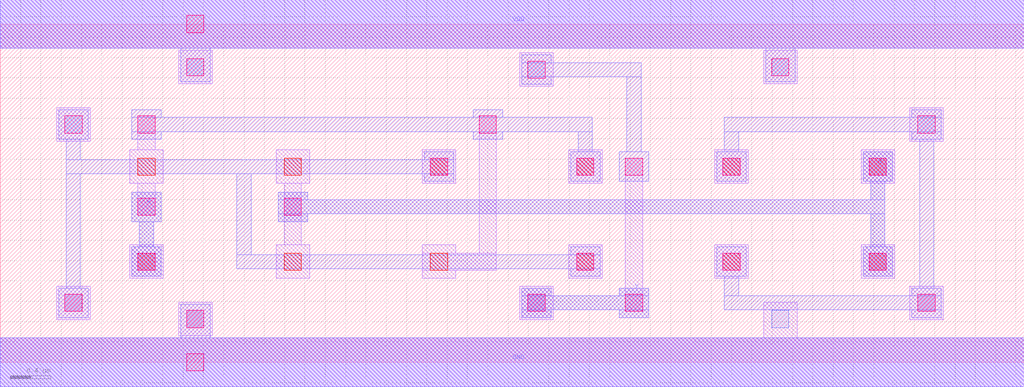
<source format=lef>
MACRO XOR2X1
 CLASS CORE ;
 FOREIGN XOR2X1 0 0 ;
 SIZE 10.08 BY 3.33 ;
 ORIGIN 0 0 ;
 SYMMETRY X Y R90 ;
 SITE unit ;
  PIN VDD
   DIRECTION INOUT ;
   USE POWER ;
   SHAPE ABUTMENT ;
    PORT
     CLASS CORE ;
       LAYER li1 ;
        RECT 0.00000000 3.09000000 10.08000000 3.57000000 ;
       LAYER met1 ;
        RECT 0.00000000 3.09000000 10.08000000 3.57000000 ;
    END
  END VDD

  PIN GND
   DIRECTION INOUT ;
   USE POWER ;
   SHAPE ABUTMENT ;
    PORT
     CLASS CORE ;
       LAYER li1 ;
        RECT 0.00000000 -0.24000000 10.08000000 0.24000000 ;
       LAYER met1 ;
        RECT 0.00000000 -0.24000000 10.08000000 0.24000000 ;
    END
  END GND

  PIN Y
   DIRECTION INOUT ;
   USE SIGNAL ;
   SHAPE ABUTMENT ;
    PORT
     CLASS CORE ;
       LAYER met1 ;
        RECT 5.13500000 0.44000000 5.42500000 0.51500000 ;
        RECT 6.09500000 0.44000000 6.38500000 0.51500000 ;
        RECT 5.13500000 0.51500000 6.38500000 0.65500000 ;
        RECT 5.13500000 0.65500000 5.42500000 0.73000000 ;
        RECT 6.09500000 0.65500000 6.38500000 0.73000000 ;
    END
  END Y

  PIN B
   DIRECTION INOUT ;
   USE SIGNAL ;
   SHAPE ABUTMENT ;
    PORT
     CLASS CORE ;
       LAYER met1 ;
        RECT 8.49500000 0.84500000 8.78500000 1.13500000 ;
        RECT 2.73500000 1.38500000 3.02500000 1.46000000 ;
        RECT 8.57000000 1.13500000 8.71000000 1.46000000 ;
        RECT 2.73500000 1.46000000 8.71000000 1.60000000 ;
        RECT 2.73500000 1.60000000 3.02500000 1.67500000 ;
        RECT 8.57000000 1.60000000 8.71000000 1.78000000 ;
        RECT 8.49500000 1.78000000 8.78500000 2.07000000 ;
    END
  END B

  PIN A
   DIRECTION INOUT ;
   USE SIGNAL ;
   SHAPE ABUTMENT ;
    PORT
     CLASS CORE ;
       LAYER met1 ;
        RECT 1.29500000 0.84500000 1.58500000 1.13500000 ;
        RECT 1.37000000 1.13500000 1.51000000 1.38500000 ;
        RECT 1.29500000 1.38500000 1.58500000 1.67500000 ;
    END
  END A

 OBS
    LAYER polycont ;
     RECT 1.35500000 0.90500000 1.52500000 1.07500000 ;
     RECT 2.79500000 0.90500000 2.96500000 1.07500000 ;
     RECT 4.23500000 0.90500000 4.40500000 1.07500000 ;
     RECT 5.67500000 0.90500000 5.84500000 1.07500000 ;
     RECT 7.11500000 0.90500000 7.28500000 1.07500000 ;
     RECT 8.55500000 0.90500000 8.72500000 1.07500000 ;
     RECT 1.35500000 1.84000000 1.52500000 2.01000000 ;
     RECT 2.79500000 1.84000000 2.96500000 2.01000000 ;
     RECT 4.23500000 1.84000000 4.40500000 2.01000000 ;
     RECT 5.67500000 1.84000000 5.84500000 2.01000000 ;
     RECT 7.11500000 1.84000000 7.28500000 2.01000000 ;
     RECT 8.55500000 1.84000000 8.72500000 2.01000000 ;

    LAYER pdiffc ;
     RECT 0.63500000 2.25500000 0.80500000 2.42500000 ;
     RECT 9.03500000 2.25500000 9.20500000 2.42500000 ;
     RECT 5.19500000 2.79500000 5.36500000 2.96500000 ;
     RECT 1.83500000 2.82000000 2.00500000 2.99000000 ;
     RECT 7.59500000 2.82000000 7.76500000 2.99000000 ;

    LAYER ndiffc ;
     RECT 1.83500000 0.34000000 2.00500000 0.51000000 ;
     RECT 7.59500000 0.34000000 7.76500000 0.51000000 ;
     RECT 0.63500000 0.50000000 0.80500000 0.67000000 ;
     RECT 5.19500000 0.50000000 5.36500000 0.67000000 ;
     RECT 9.03500000 0.50000000 9.20500000 0.67000000 ;

    LAYER li1 ;
     RECT 1.75500000 0.26000000 2.08500000 0.59000000 ;
     RECT 0.00000000 -0.24000000 10.08000000 0.24000000 ;
     RECT 7.51500000 0.24000000 7.84500000 0.59000000 ;
     RECT 0.55500000 0.42000000 0.88500000 0.75000000 ;
     RECT 5.11500000 0.42000000 5.44500000 0.75000000 ;
     RECT 8.95500000 0.42000000 9.28500000 0.75000000 ;
     RECT 1.27500000 0.82500000 1.60500000 1.15500000 ;
     RECT 5.59500000 0.82500000 5.92500000 1.15500000 ;
     RECT 7.03500000 0.82500000 7.36500000 1.15500000 ;
     RECT 8.47500000 0.82500000 8.80500000 1.15500000 ;
     RECT 6.15500000 0.50000000 6.32500000 2.01000000 ;
     RECT 2.71500000 0.82500000 3.04500000 1.15500000 ;
     RECT 2.79500000 1.15500000 2.96500000 1.76000000 ;
     RECT 2.71500000 1.76000000 3.04500000 2.09000000 ;
     RECT 4.15500000 1.76000000 4.48500000 2.09000000 ;
     RECT 5.59500000 1.76000000 5.92500000 2.09000000 ;
     RECT 7.03500000 1.76000000 7.36500000 2.09000000 ;
     RECT 8.47500000 1.76000000 8.80500000 2.09000000 ;
     RECT 1.35500000 1.44500000 1.52500000 1.76000000 ;
     RECT 1.27500000 1.76000000 1.60500000 2.09000000 ;
     RECT 1.35500000 2.09000000 1.52500000 2.42500000 ;
     RECT 4.15500000 0.82500000 4.48500000 0.90500000 ;
     RECT 4.15500000 0.90500000 4.88500000 1.07500000 ;
     RECT 4.15500000 1.07500000 4.48500000 1.15500000 ;
     RECT 4.71500000 1.07500000 4.88500000 2.42500000 ;
     RECT 0.55500000 2.17500000 0.88500000 2.50500000 ;
     RECT 8.95500000 2.17500000 9.28500000 2.50500000 ;
     RECT 5.11500000 2.71500000 5.44500000 3.04500000 ;
     RECT 1.75500000 2.74000000 2.08500000 3.07000000 ;
     RECT 7.51500000 2.74000000 7.84500000 3.07000000 ;
     RECT 0.00000000 3.09000000 10.08000000 3.57000000 ;

    LAYER viali ;
     RECT 1.83500000 -0.08500000 2.00500000 0.08500000 ;
     RECT 1.83500000 0.34000000 2.00500000 0.51000000 ;
     RECT 0.63500000 0.50000000 0.80500000 0.67000000 ;
     RECT 5.19500000 0.50000000 5.36500000 0.67000000 ;
     RECT 6.15500000 0.50000000 6.32500000 0.67000000 ;
     RECT 9.03500000 0.50000000 9.20500000 0.67000000 ;
     RECT 1.35500000 0.90500000 1.52500000 1.07500000 ;
     RECT 5.67500000 0.90500000 5.84500000 1.07500000 ;
     RECT 7.11500000 0.90500000 7.28500000 1.07500000 ;
     RECT 8.55500000 0.90500000 8.72500000 1.07500000 ;
     RECT 1.35500000 1.44500000 1.52500000 1.61500000 ;
     RECT 2.79500000 1.44500000 2.96500000 1.61500000 ;
     RECT 4.23500000 1.84000000 4.40500000 2.01000000 ;
     RECT 5.67500000 1.84000000 5.84500000 2.01000000 ;
     RECT 6.15500000 1.84000000 6.32500000 2.01000000 ;
     RECT 7.11500000 1.84000000 7.28500000 2.01000000 ;
     RECT 8.55500000 1.84000000 8.72500000 2.01000000 ;
     RECT 0.63500000 2.25500000 0.80500000 2.42500000 ;
     RECT 1.35500000 2.25500000 1.52500000 2.42500000 ;
     RECT 4.71500000 2.25500000 4.88500000 2.42500000 ;
     RECT 9.03500000 2.25500000 9.20500000 2.42500000 ;
     RECT 5.19500000 2.79500000 5.36500000 2.96500000 ;
     RECT 1.83500000 2.82000000 2.00500000 2.99000000 ;
     RECT 7.59500000 2.82000000 7.76500000 2.99000000 ;
     RECT 1.83500000 3.24500000 2.00500000 3.41500000 ;

    LAYER met1 ;
     RECT 0.00000000 -0.24000000 10.08000000 0.24000000 ;
     RECT 1.77500000 0.24000000 2.06500000 0.57000000 ;
     RECT 5.13500000 0.44000000 5.42500000 0.51500000 ;
     RECT 6.09500000 0.44000000 6.38500000 0.51500000 ;
     RECT 5.13500000 0.51500000 6.38500000 0.65500000 ;
     RECT 5.13500000 0.65500000 5.42500000 0.73000000 ;
     RECT 6.09500000 0.65500000 6.38500000 0.73000000 ;
     RECT 1.29500000 0.84500000 1.58500000 1.13500000 ;
     RECT 1.37000000 1.13500000 1.51000000 1.38500000 ;
     RECT 1.29500000 1.38500000 1.58500000 1.67500000 ;
     RECT 8.49500000 0.84500000 8.78500000 1.13500000 ;
     RECT 2.73500000 1.38500000 3.02500000 1.46000000 ;
     RECT 8.57000000 1.13500000 8.71000000 1.46000000 ;
     RECT 2.73500000 1.46000000 8.71000000 1.60000000 ;
     RECT 2.73500000 1.60000000 3.02500000 1.67500000 ;
     RECT 8.57000000 1.60000000 8.71000000 1.78000000 ;
     RECT 8.49500000 1.78000000 8.78500000 2.07000000 ;
     RECT 0.57500000 0.44000000 0.86500000 0.73000000 ;
     RECT 5.61500000 0.84500000 5.90500000 0.92000000 ;
     RECT 2.33000000 0.92000000 5.90500000 1.06000000 ;
     RECT 5.61500000 1.06000000 5.90500000 1.13500000 ;
     RECT 0.65000000 0.73000000 0.79000000 1.85500000 ;
     RECT 2.33000000 1.06000000 2.47000000 1.85500000 ;
     RECT 4.17500000 1.78000000 4.46500000 1.85500000 ;
     RECT 0.65000000 1.85500000 4.46500000 1.99500000 ;
     RECT 4.17500000 1.99500000 4.46500000 2.07000000 ;
     RECT 0.65000000 1.99500000 0.79000000 2.19500000 ;
     RECT 0.57500000 2.19500000 0.86500000 2.48500000 ;
     RECT 5.61500000 1.78000000 5.90500000 2.07000000 ;
     RECT 1.29500000 2.19500000 1.58500000 2.27000000 ;
     RECT 4.65500000 2.19500000 4.94500000 2.27000000 ;
     RECT 5.69000000 2.07000000 5.83000000 2.27000000 ;
     RECT 1.29500000 2.27000000 5.83000000 2.41000000 ;
     RECT 1.29500000 2.41000000 1.58500000 2.48500000 ;
     RECT 4.65500000 2.41000000 4.94500000 2.48500000 ;
     RECT 8.97500000 0.44000000 9.26500000 0.51500000 ;
     RECT 7.13000000 0.51500000 9.26500000 0.65500000 ;
     RECT 8.97500000 0.65500000 9.26500000 0.73000000 ;
     RECT 7.13000000 0.65500000 7.27000000 0.84500000 ;
     RECT 7.05500000 0.84500000 7.34500000 1.13500000 ;
     RECT 7.05500000 1.78000000 7.34500000 2.07000000 ;
     RECT 9.05000000 0.73000000 9.19000000 2.19500000 ;
     RECT 7.13000000 2.07000000 7.27000000 2.27000000 ;
     RECT 8.97500000 2.19500000 9.26500000 2.27000000 ;
     RECT 7.13000000 2.27000000 9.26500000 2.41000000 ;
     RECT 8.97500000 2.41000000 9.26500000 2.48500000 ;
     RECT 6.09500000 1.78000000 6.38500000 2.07000000 ;
     RECT 5.13500000 2.73500000 5.42500000 2.81000000 ;
     RECT 6.17000000 2.07000000 6.31000000 2.81000000 ;
     RECT 5.13500000 2.81000000 6.31000000 2.95000000 ;
     RECT 5.13500000 2.95000000 5.42500000 3.02500000 ;
     RECT 1.77500000 2.76000000 2.06500000 3.09000000 ;
     RECT 7.53500000 2.76000000 7.82500000 3.09000000 ;
     RECT 0.00000000 3.09000000 10.08000000 3.57000000 ;

 END
END XOR2X1

</source>
